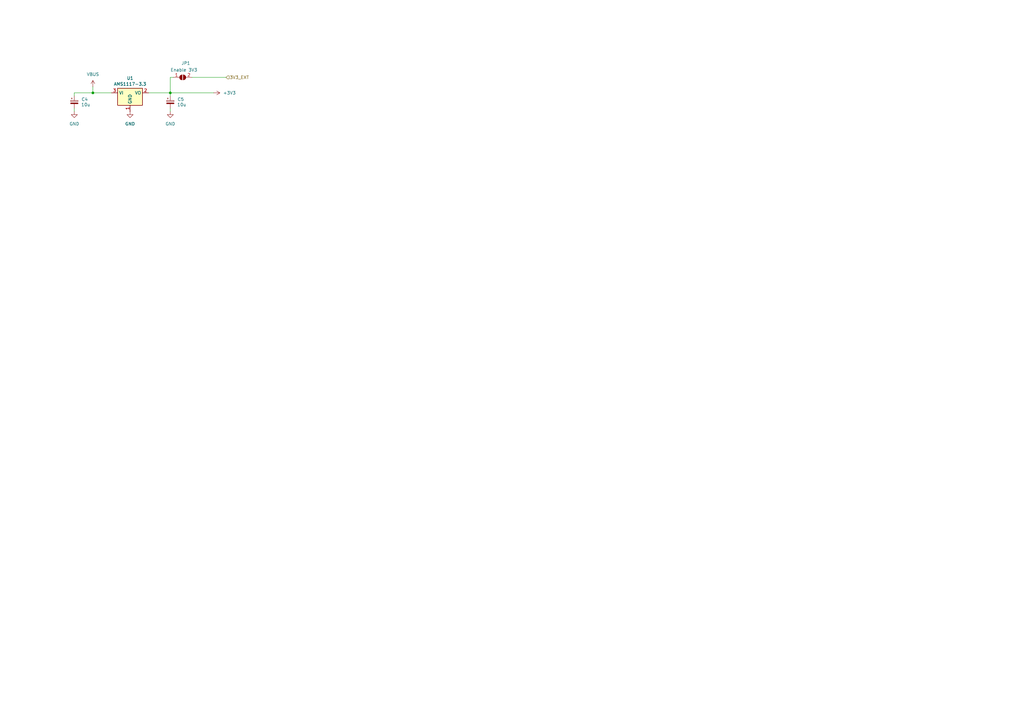
<source format=kicad_sch>
(kicad_sch (version 20231120) (generator "eeschema") (generator_version "8.0")
  (paper "A3")
  (title_block (title "Valera") (date "2025-01-08") (rev "1.0") (company "Mikhail Matveev") (comment 1 "https://github.com/xtremespb/valera"))
  (lib_symbols
    (symbol "Device:C_Polarized_Small" (pin_numbers hide) (pin_names (offset 0.254) hide)
      (property "Reference" "C" (at 0.254 1.778 0))
      (property "Value" "C_Polarized_Small" (at 0.254 -2.032 0))
      (symbol "C_Polarized_Small_0_1"
        (rectangle (start -1.524 -0.3048) (end 1.524 -0.6858) (fill (type outline)))
        (rectangle (start -1.524 0.6858) (end 1.524 0.3048))
        (polyline (pts (xy -1.27 1.524) (xy -0.762 1.524)))
        (polyline (pts (xy -1.016 1.27) (xy -1.016 1.778)))
      )
      (symbol "C_Polarized_Small_1_1"
        (pin passive line (at 0 2.54 270) (length 1.8542) (name "~") (number "1"))
        (pin passive line (at 0 -2.54 90) (length 1.8542) (name "~") (number "2"))
      )
    )
    (symbol "Jumper:SolderJumper_2_Open" (pin_names (offset 0) hide)
      (property "Reference" "JP" (at 0 2.032 0))
      (property "Value" "SolderJumper_2_Open" (at 0 -2.54 0))
      (symbol "SolderJumper_2_Open_0_1"
        (arc (start -0.254 1.016) (mid -1.2655 0) (end -0.254 -1.016))
        (arc (start -0.254 1.016) (mid -1.2655 0) (end -0.254 -1.016) (fill (type outline)))
        (polyline (pts (xy -0.254 1.016) (xy -0.254 -1.016)))
        (polyline (pts (xy 0.254 1.016) (xy 0.254 -1.016)))
        (arc (start 0.254 -1.016) (mid 1.2655 0) (end 0.254 1.016))
        (arc (start 0.254 -1.016) (mid 1.2655 0) (end 0.254 1.016) (fill (type outline)))
      )
      (symbol "SolderJumper_2_Open_1_1"
        (pin passive line (at -3.81 0 0) (length 2.54) (name "A") (number "1"))
        (pin passive line (at 3.81 0 180) (length 2.54) (name "B") (number "2"))
      )
    )
    (symbol "Regulator_Linear:AMS1117-3.3"
      (property "Reference" "U" (at -3.81 3.175 0))
      (property "Value" "AMS1117-3.3" (at 0 3.175 0))
      (symbol "AMS1117-3.3_0_1"
        (rectangle (start -5.08 -5.08) (end 5.08 1.905) (stroke (width 0.254)) (fill (type background)))
      )
      (symbol "AMS1117-3.3_1_1"
        (pin power_in line (at 0 -7.62 90) (length 2.54) (name "GND") (number "1"))
        (pin power_out line (at 7.62 0 180) (length 2.54) (name "VO") (number "2"))
        (pin power_in line (at -7.62 0 0) (length 2.54) (name "VI") (number "3"))
      )
    )
    (symbol "power:+3V3" (power) (pin_numbers hide) (pin_names (offset 0) hide)
      (property "Value" "+3V3" (at 0 3.556 0))
      (symbol "+3V3_0_1"
        (polyline (pts (xy -0.762 1.27) (xy 0 2.54)))
        (polyline (pts (xy 0 0) (xy 0 2.54)))
        (polyline (pts (xy 0 2.54) (xy 0.762 1.27)))
      )
      (symbol "+3V3_1_1"
        (pin power_in line (at 0 0 90) (length 0) (name "~") (number "1"))
      )
    )
    (symbol "power:GND" (power) (pin_numbers hide) (pin_names (offset 0) hide)
      (property "Value" "GND" (at 0 -3.81 0))
      (symbol "GND_0_1"
        (polyline (pts (xy 0 0) (xy 0 -1.27) (xy 1.27 -1.27) (xy 0 -2.54) (xy -1.27 -1.27) (xy 0 -1.27)))
      )
      (symbol "GND_1_1"
        (pin power_in line (at 0 0 270) (length 0) (name "~") (number "1"))
      )
    )
    (symbol "power:VBUS" (power) (pin_numbers hide) (pin_names (offset 0) hide)
      (property "Value" "VBUS" (at 0 3.556 0))
      (symbol "VBUS_0_1"
        (polyline (pts (xy -0.762 1.27) (xy 0 2.54)))
        (polyline (pts (xy 0 0) (xy 0 2.54)))
        (polyline (pts (xy 0 2.54) (xy 0.762 1.27)))
      )
      (symbol "VBUS_1_1"
        (pin power_in line (at 0 0 90) (length 0) (name "~") (number "1"))
      )
    )
  )
  (junction (at 69.85 38.1))
  (junction (at 38.1 38.1))
  (wire (pts (xy 30.48 38.1) (xy 30.48 39.37)))
  (wire (pts (xy 78.74 31.75) (xy 92.71 31.75)))
  (wire (pts (xy 71.12 31.75) (xy 69.85 31.75)))
  (wire (pts (xy 69.85 38.1) (xy 87.63 38.1)))
  (wire (pts (xy 38.1 38.1) (xy 45.72 38.1)))
  (wire (pts (xy 69.85 31.75) (xy 69.85 38.1)))
  (wire (pts (xy 69.85 44.45) (xy 69.85 45.72)))
  (wire (pts (xy 30.48 38.1) (xy 38.1 38.1)))
  (wire (pts (xy 60.96 38.1) (xy 69.85 38.1)))
  (wire (pts (xy 30.48 44.45) (xy 30.48 45.72)))
  (wire (pts (xy 69.85 38.1) (xy 69.85 39.37)))
  (wire (pts (xy 38.1 35.56) (xy 38.1 38.1)))
  (hierarchical_label "3V3_EXT" (shape input) (at 92.71 31.75 0))
  (symbol (lib_id "power:GND") (at 69.85 45.72 0) (unit 1)
    (property "Reference" "#PWR016" (effects (hide yes)))
    (property "Value" "GND" (at 69.85 50.8 0))
    (property "Description" "Power symbol creates a global label with name \"GND\" , ground" (effects (hide yes)))
  )
  (symbol (lib_id "Device:C_Polarized_Small") (at 69.85 41.91 0) (unit 1)
    (property "Reference" "C5" (at 72.771 40.7416 0) (effects (justify left)))
    (property "Value" "10u" (at 72.644 42.926 0) (effects (justify left)))
    (property "Footprint" "LIBS:C_Radial" (effects (hide yes)))
    (property "Description" "Polarized capacitor, small symbol" (effects (hide yes)))
  )
  (symbol (lib_id "Regulator_Linear:AMS1117-3.3") (at 53.34 38.1 0) (unit 1)
    (property "Reference" "U1" (at 53.34 32.0505 0))
    (property "Value" "AMS1117-3.3" (at 53.34 34.4748 0))
    (property "Footprint" "LIBS:SOT-223-3_TabPin2" (effects (hide yes)))
    (property "Datasheet" "http://www.advanced-monolithic.com/pdf/ds1117.pdf" (effects (hide yes)))
    (property "Description" "1A Low Dropout regulator, positive, 3.3V fixed output, SOT-223" (effects (hide yes)))
  )
  (symbol (lib_id "power:GND") (at 53.34 45.72 0) (unit 1)
    (property "Reference" "#PWR015" (effects (hide yes)))
    (property "Value" "GND" (at 53.34 50.8 0))
    (property "Description" "Power symbol creates a global label with name \"GND\" , ground" (effects (hide yes)))
  )
  (symbol (lib_id "power:+3V3") (at 87.63 38.1 270) (unit 1)
    (property "Reference" "#PWR013" (effects (hide yes)))
    (property "Value" "+3V3" (at 91.44 38.0999 90) (effects (justify left)))
    (property "Description" "Power symbol creates a global label with name \"+3V3\"" (effects (hide yes)))
  )
  (symbol (lib_id "Device:C_Polarized_Small") (at 30.48 41.91 0) (unit 1)
    (property "Reference" "C4" (at 33.401 40.7416 0) (effects (justify left)))
    (property "Value" "10u" (at 33.274 42.926 0) (effects (justify left)))
    (property "Footprint" "LIBS:C_Radial" (effects (hide yes)))
    (property "Description" "Polarized capacitor, small symbol" (effects (hide yes)))
  )
  (symbol (lib_id "power:GND") (at 30.48 45.72 0) (unit 1)
    (property "Reference" "#PWR014" (effects (hide yes)))
    (property "Value" "GND" (at 30.48 50.8 0))
    (property "Description" "Power symbol creates a global label with name \"GND\" , ground" (effects (hide yes)))
  )
  (symbol (lib_id "power:VBUS") (at 38.1 35.56 0) (unit 1)
    (property "Reference" "#PWR012" (effects (hide yes)))
    (property "Value" "VBUS" (at 38.1 30.48 0))
    (property "Description" "Power symbol creates a global label with name \"VBUS\"" (effects (hide yes)))
  )
  (symbol (lib_id "Jumper:SolderJumper_2_Open") (at 74.93 31.75 0) (unit 1)
    (property "Reference" "JP1" (at 76.2 25.908 0))
    (property "Value" "Enable 3V3" (at 75.438 28.702 0))
    (property "Footprint" "LIBS:S_Jumper" (effects (hide yes)))
  )
)
</source>
